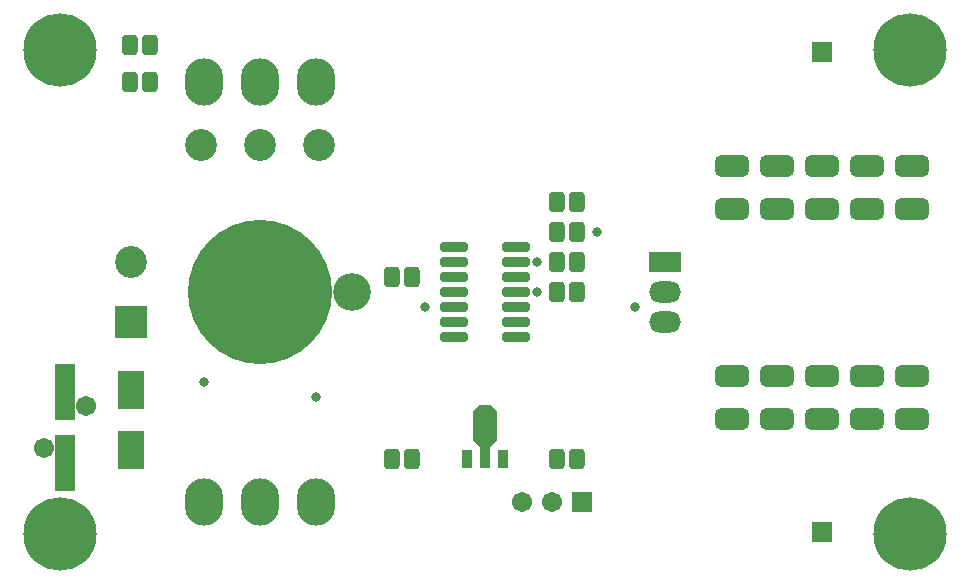
<source format=gbs>
G04 Layer_Color=8150272*
%FSAX43Y43*%
%MOMM*%
G71*
G01*
G75*
%ADD37R,1.703X1.703*%
%ADD38C,1.703*%
%ADD39O,2.703X1.803*%
%ADD40R,2.703X1.803*%
%ADD41C,2.703*%
%ADD42R,2.703X2.703*%
%ADD43O,3.251X4.013*%
%ADD44R,1.727X1.727*%
%ADD45C,12.203*%
%ADD46C,3.203*%
%ADD47C,6.203*%
%ADD48C,0.813*%
G04:AMPARAMS|DCode=49|XSize=1.403mm|YSize=1.753mm|CornerRadius=0.402mm|HoleSize=0mm|Usage=FLASHONLY|Rotation=180.000|XOffset=0mm|YOffset=0mm|HoleType=Round|Shape=RoundedRectangle|*
%AMROUNDEDRECTD49*
21,1,1.403,0.950,0,0,180.0*
21,1,0.600,1.753,0,0,180.0*
1,1,0.803,-0.300,0.475*
1,1,0.803,0.300,0.475*
1,1,0.803,0.300,-0.475*
1,1,0.803,-0.300,-0.475*
%
%ADD49ROUNDEDRECTD49*%
%ADD50R,0.903X2.003*%
G04:AMPARAMS|DCode=51|XSize=2.103mm|YSize=3.503mm|CornerRadius=0mm|HoleSize=0mm|Usage=FLASHONLY|Rotation=180.000|XOffset=0mm|YOffset=0mm|HoleType=Round|Shape=Octagon|*
%AMOCTAGOND51*
4,1,8,0.526,-1.752,-0.526,-1.752,-1.052,-1.226,-1.052,1.226,-0.526,1.752,0.526,1.752,1.052,1.226,1.052,-1.226,0.526,-1.752,0.0*
%
%ADD51OCTAGOND51*%

%ADD52R,0.903X1.553*%
G04:AMPARAMS|DCode=53|XSize=1.803mm|YSize=2.903mm|CornerRadius=0.502mm|HoleSize=0mm|Usage=FLASHONLY|Rotation=270.000|XOffset=0mm|YOffset=0mm|HoleType=Round|Shape=RoundedRectangle|*
%AMROUNDEDRECTD53*
21,1,1.803,1.900,0,0,270.0*
21,1,0.800,2.903,0,0,270.0*
1,1,1.003,-0.950,-0.400*
1,1,1.003,-0.950,0.400*
1,1,1.003,0.950,0.400*
1,1,1.003,0.950,-0.400*
%
%ADD53ROUNDEDRECTD53*%
G04:AMPARAMS|DCode=54|XSize=2.403mm|YSize=0.803mm|CornerRadius=0.252mm|HoleSize=0mm|Usage=FLASHONLY|Rotation=180.000|XOffset=0mm|YOffset=0mm|HoleType=Round|Shape=RoundedRectangle|*
%AMROUNDEDRECTD54*
21,1,2.403,0.300,0,0,180.0*
21,1,1.900,0.803,0,0,180.0*
1,1,0.503,-0.950,0.150*
1,1,0.503,0.950,0.150*
1,1,0.503,0.950,-0.150*
1,1,0.503,-0.950,-0.150*
%
%ADD54ROUNDEDRECTD54*%
%ADD55R,2.203X3.203*%
%ADD56R,1.703X4.703*%
D37*
X0073255Y0031720D02*
D03*
D38*
X0070715D02*
D03*
X0068175D02*
D03*
X0027672Y0036302D02*
D03*
X0031208Y0039838D02*
D03*
D39*
X0080240Y0046960D02*
D03*
Y0049500D02*
D03*
D40*
Y0052040D02*
D03*
D41*
X0035000Y0052040D02*
D03*
X0050950Y0062000D02*
D03*
X0045950D02*
D03*
X0040950D02*
D03*
D42*
X0035000Y0046960D02*
D03*
D43*
X0041244Y0031720D02*
D03*
X0050700D02*
D03*
X0045950Y0031720D02*
D03*
X0041244Y0067280D02*
D03*
X0050700D02*
D03*
X0045950Y0067280D02*
D03*
D44*
X0093575Y0029180D02*
D03*
Y0069820D02*
D03*
D45*
X0045950Y0049500D02*
D03*
D46*
X0053750D02*
D03*
D47*
X0029000Y0029000D02*
D03*
X0101000D02*
D03*
Y0070000D02*
D03*
X0029000D02*
D03*
D48*
X0069445Y0049500D02*
D03*
X0074525Y0054580D02*
D03*
X0069445Y0052040D02*
D03*
X0077700Y0048230D02*
D03*
X0059920D02*
D03*
X0050700Y0040610D02*
D03*
X0041244Y0041880D02*
D03*
D49*
X0057165Y0035412D02*
D03*
X0058865D02*
D03*
X0072835D02*
D03*
X0071135D02*
D03*
X0036640Y0070455D02*
D03*
X0034940D02*
D03*
X0036640Y0067280D02*
D03*
X0034940D02*
D03*
X0071135Y0049500D02*
D03*
X0072835D02*
D03*
X0071135Y0052040D02*
D03*
X0072835D02*
D03*
X0072835Y0054580D02*
D03*
X0071135D02*
D03*
X0071135Y0057120D02*
D03*
X0072835D02*
D03*
X0057165Y0050770D02*
D03*
X0058865D02*
D03*
D50*
X0065000Y0035637D02*
D03*
D51*
X0065000Y0038188D02*
D03*
D52*
X0066500Y0035412D02*
D03*
X0063500D02*
D03*
D53*
X0101195Y0038810D02*
D03*
Y0042410D02*
D03*
X0097385Y0038810D02*
D03*
Y0042410D02*
D03*
X0093575Y0038810D02*
D03*
Y0042410D02*
D03*
X0089765Y0038810D02*
D03*
Y0042410D02*
D03*
X0085955Y0038810D02*
D03*
Y0042410D02*
D03*
Y0056590D02*
D03*
Y0060190D02*
D03*
X0089765Y0056590D02*
D03*
Y0060190D02*
D03*
X0093575Y0056590D02*
D03*
Y0060190D02*
D03*
X0097385Y0056590D02*
D03*
Y0060190D02*
D03*
X0101195Y0056590D02*
D03*
Y0060190D02*
D03*
D54*
X0062400Y0053310D02*
D03*
Y0052040D02*
D03*
Y0050770D02*
D03*
Y0049500D02*
D03*
Y0048230D02*
D03*
Y0046960D02*
D03*
Y0045690D02*
D03*
X0067600D02*
D03*
Y0046960D02*
D03*
Y0048230D02*
D03*
Y0049500D02*
D03*
Y0050770D02*
D03*
Y0052040D02*
D03*
Y0053310D02*
D03*
D55*
X0035000Y0036165D02*
D03*
Y0041245D02*
D03*
D56*
X0029440Y0035070D02*
D03*
Y0041070D02*
D03*
M02*

</source>
